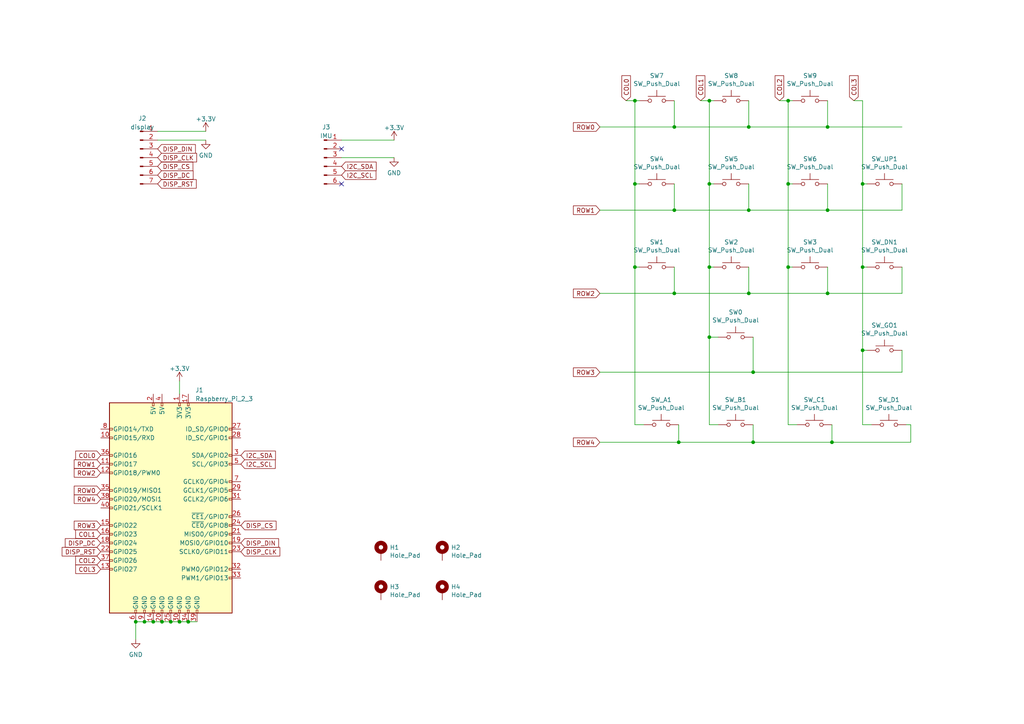
<source format=kicad_sch>
(kicad_sch (version 20211123) (generator eeschema)
  (paper "A4")
  (lib_symbols
    (symbol "Connector:Conn_01x06_Male" (pin_names (offset 1.016) hide)
      (property "Reference" "J" (at 0 7.62 0))
      (property "Value" "Conn_01x06_Male" (at 0 -10.16 0))
      (symbol "Conn_01x06_Male_1_1"
        (polyline (pts (xy 1.27 -7.62) (xy 0.8636 -7.62)) (stroke (width 0.1524)))
        (polyline (pts (xy 1.27 -5.08) (xy 0.8636 -5.08)) (stroke (width 0.1524)))
        (polyline (pts (xy 1.27 -2.54) (xy 0.8636 -2.54)) (stroke (width 0.1524)))
        (polyline (pts (xy 1.27 0) (xy 0.8636 0)) (stroke (width 0.1524)))
        (polyline (pts (xy 1.27 2.54) (xy 0.8636 2.54)) (stroke (width 0.1524)))
        (polyline (pts (xy 1.27 5.08) (xy 0.8636 5.08)) (stroke (width 0.1524)))
        (rectangle (start 0.8636 -7.493) (end 0 -7.747) (stroke (width 0.1524)) (fill (type outline)))
        (rectangle (start 0.8636 -4.953) (end 0 -5.207) (stroke (width 0.1524)) (fill (type outline)))
        (rectangle (start 0.8636 -2.413) (end 0 -2.667) (stroke (width 0.1524)) (fill (type outline)))
        (rectangle (start 0.8636 0.127) (end 0 -0.127) (stroke (width 0.1524)) (fill (type outline)))
        (rectangle (start 0.8636 2.667) (end 0 2.413) (stroke (width 0.1524)) (fill (type outline)))
        (rectangle (start 0.8636 5.207) (end 0 4.953) (stroke (width 0.1524)) (fill (type outline)))
        (pin passive line (at 5.08 5.08 180) (length 3.81) (name "Pin_1") (number "1"))
        (pin passive line (at 5.08 2.54 180) (length 3.81) (name "Pin_2") (number "2"))
        (pin passive line (at 5.08 0 180) (length 3.81) (name "Pin_3") (number "3"))
        (pin passive line (at 5.08 -2.54 180) (length 3.81) (name "Pin_4") (number "4"))
        (pin passive line (at 5.08 -5.08 180) (length 3.81) (name "Pin_5") (number "5"))
        (pin passive line (at 5.08 -7.62 180) (length 3.81) (name "Pin_6") (number "6"))
      )
    )
    (symbol "Connector:Conn_01x07_Male" (pin_names (offset 1.016) hide)
      (property "Reference" "J" (at 0 10.16 0))
      (property "Value" "Conn_01x07_Male" (at 0 -10.16 0))
      (symbol "Conn_01x07_Male_1_1"
        (polyline (pts (xy 1.27 -7.62) (xy 0.8636 -7.62)) (stroke (width 0.1524)))
        (polyline (pts (xy 1.27 -5.08) (xy 0.8636 -5.08)) (stroke (width 0.1524)))
        (polyline (pts (xy 1.27 -2.54) (xy 0.8636 -2.54)) (stroke (width 0.1524)))
        (polyline (pts (xy 1.27 0) (xy 0.8636 0)) (stroke (width 0.1524)))
        (polyline (pts (xy 1.27 2.54) (xy 0.8636 2.54)) (stroke (width 0.1524)))
        (polyline (pts (xy 1.27 5.08) (xy 0.8636 5.08)) (stroke (width 0.1524)))
        (polyline (pts (xy 1.27 7.62) (xy 0.8636 7.62)) (stroke (width 0.1524)))
        (rectangle (start 0.8636 -7.493) (end 0 -7.747) (stroke (width 0.1524)) (fill (type outline)))
        (rectangle (start 0.8636 -4.953) (end 0 -5.207) (stroke (width 0.1524)) (fill (type outline)))
        (rectangle (start 0.8636 -2.413) (end 0 -2.667) (stroke (width 0.1524)) (fill (type outline)))
        (rectangle (start 0.8636 0.127) (end 0 -0.127) (stroke (width 0.1524)) (fill (type outline)))
        (rectangle (start 0.8636 2.667) (end 0 2.413) (stroke (width 0.1524)) (fill (type outline)))
        (rectangle (start 0.8636 5.207) (end 0 4.953) (stroke (width 0.1524)) (fill (type outline)))
        (rectangle (start 0.8636 7.747) (end 0 7.493) (stroke (width 0.1524)) (fill (type outline)))
        (pin passive line (at 5.08 7.62 180) (length 3.81) (name "Pin_1") (number "1"))
        (pin passive line (at 5.08 5.08 180) (length 3.81) (name "Pin_2") (number "2"))
        (pin passive line (at 5.08 2.54 180) (length 3.81) (name "Pin_3") (number "3"))
        (pin passive line (at 5.08 0 180) (length 3.81) (name "Pin_4") (number "4"))
        (pin passive line (at 5.08 -2.54 180) (length 3.81) (name "Pin_5") (number "5"))
        (pin passive line (at 5.08 -5.08 180) (length 3.81) (name "Pin_6") (number "6"))
        (pin passive line (at 5.08 -7.62 180) (length 3.81) (name "Pin_7") (number "7"))
      )
    )
    (symbol "Connector:Raspberry_Pi_2_3" (pin_names (offset 1.016))
      (property "Reference" "J" (at -17.78 31.75 0))
      (property "Value" "Raspberry_Pi_2_3" (at 10.16 -31.75 0))
      (symbol "Raspberry_Pi_2_3_0_1"
        (rectangle (start -17.78 30.48) (end 17.78 -30.48) (stroke (width 0.254)) (fill (type background)))
      )
      (symbol "Raspberry_Pi_2_3_1_1"
        (rectangle (start -16.891 -17.526) (end -17.78 -18.034))
        (rectangle (start -16.891 -14.986) (end -17.78 -15.494))
        (rectangle (start -16.891 -12.446) (end -17.78 -12.954))
        (rectangle (start -16.891 -9.906) (end -17.78 -10.414))
        (rectangle (start -16.891 -7.366) (end -17.78 -7.874))
        (rectangle (start -16.891 -4.826) (end -17.78 -5.334))
        (rectangle (start -16.891 0.254) (end -17.78 -0.254))
        (rectangle (start -16.891 2.794) (end -17.78 2.286))
        (rectangle (start -16.891 5.334) (end -17.78 4.826))
        (rectangle (start -16.891 10.414) (end -17.78 9.906))
        (rectangle (start -16.891 12.954) (end -17.78 12.446))
        (rectangle (start -16.891 15.494) (end -17.78 14.986))
        (rectangle (start -16.891 20.574) (end -17.78 20.066))
        (rectangle (start -16.891 23.114) (end -17.78 22.606))
        (rectangle (start -10.414 -29.591) (end -9.906 -30.48))
        (rectangle (start -7.874 -29.591) (end -7.366 -30.48))
        (rectangle (start -5.334 -29.591) (end -4.826 -30.48))
        (rectangle (start -5.334 30.48) (end -4.826 29.591))
        (rectangle (start -2.794 -29.591) (end -2.286 -30.48))
        (rectangle (start -2.794 30.48) (end -2.286 29.591))
        (rectangle (start -0.254 -29.591) (end 0.254 -30.48))
        (rectangle (start 2.286 -29.591) (end 2.794 -30.48))
        (rectangle (start 2.286 30.48) (end 2.794 29.591))
        (rectangle (start 4.826 -29.591) (end 5.334 -30.48))
        (rectangle (start 4.826 30.48) (end 5.334 29.591))
        (rectangle (start 7.366 -29.591) (end 7.874 -30.48))
        (rectangle (start 17.78 -20.066) (end 16.891 -20.574))
        (rectangle (start 17.78 -17.526) (end 16.891 -18.034))
        (rectangle (start 17.78 -12.446) (end 16.891 -12.954))
        (rectangle (start 17.78 -9.906) (end 16.891 -10.414))
        (rectangle (start 17.78 -7.366) (end 16.891 -7.874))
        (rectangle (start 17.78 -4.826) (end 16.891 -5.334))
        (rectangle (start 17.78 -2.286) (end 16.891 -2.794))
        (rectangle (start 17.78 2.794) (end 16.891 2.286))
        (rectangle (start 17.78 5.334) (end 16.891 4.826))
        (rectangle (start 17.78 7.874) (end 16.891 7.366))
        (rectangle (start 17.78 12.954) (end 16.891 12.446))
        (rectangle (start 17.78 15.494) (end 16.891 14.986))
        (rectangle (start 17.78 20.574) (end 16.891 20.066))
        (rectangle (start 17.78 23.114) (end 16.891 22.606))
        (pin power_in line (at 2.54 33.02 270) (length 2.54) (name "3V3") (number "1"))
        (pin bidirectional line (at -20.32 20.32 0) (length 2.54) (name "GPIO15/RXD") (number "10"))
        (pin bidirectional line (at -20.32 12.7 0) (length 2.54) (name "GPIO17") (number "11"))
        (pin bidirectional line (at -20.32 10.16 0) (length 2.54) (name "GPIO18/PWM0") (number "12"))
        (pin bidirectional line (at -20.32 -17.78 0) (length 2.54) (name "GPIO27") (number "13"))
        (pin power_in line (at -5.08 -33.02 90) (length 2.54) (name "GND") (number "14"))
        (pin bidirectional line (at -20.32 -5.08 0) (length 2.54) (name "GPIO22") (number "15"))
        (pin bidirectional line (at -20.32 -7.62 0) (length 2.54) (name "GPIO23") (number "16"))
        (pin power_in line (at 5.08 33.02 270) (length 2.54) (name "3V3") (number "17"))
        (pin bidirectional line (at -20.32 -10.16 0) (length 2.54) (name "GPIO24") (number "18"))
        (pin bidirectional line (at 20.32 -10.16 180) (length 2.54) (name "MOSI0/GPIO10") (number "19"))
        (pin power_in line (at -5.08 33.02 270) (length 2.54) (name "5V") (number "2"))
        (pin power_in line (at -2.54 -33.02 90) (length 2.54) (name "GND") (number "20"))
        (pin bidirectional line (at 20.32 -7.62 180) (length 2.54) (name "MISO0/GPIO9") (number "21"))
        (pin bidirectional line (at -20.32 -12.7 0) (length 2.54) (name "GPIO25") (number "22"))
        (pin bidirectional line (at 20.32 -12.7 180) (length 2.54) (name "SCLK0/GPIO11") (number "23"))
        (pin bidirectional line (at 20.32 -5.08 180) (length 2.54) (name "~{CE0}/GPIO8") (number "24"))
        (pin power_in line (at 0 -33.02 90) (length 2.54) (name "GND") (number "25"))
        (pin bidirectional line (at 20.32 -2.54 180) (length 2.54) (name "~{CE1}/GPIO7") (number "26"))
        (pin bidirectional line (at 20.32 22.86 180) (length 2.54) (name "ID_SD/GPIO0") (number "27"))
        (pin bidirectional line (at 20.32 20.32 180) (length 2.54) (name "ID_SC/GPIO1") (number "28"))
        (pin bidirectional line (at 20.32 5.08 180) (length 2.54) (name "GCLK1/GPIO5") (number "29"))
        (pin bidirectional line (at 20.32 15.24 180) (length 2.54) (name "SDA/GPIO2") (number "3"))
        (pin power_in line (at 2.54 -33.02 90) (length 2.54) (name "GND") (number "30"))
        (pin bidirectional line (at 20.32 2.54 180) (length 2.54) (name "GCLK2/GPIO6") (number "31"))
        (pin bidirectional line (at 20.32 -17.78 180) (length 2.54) (name "PWM0/GPIO12") (number "32"))
        (pin bidirectional line (at 20.32 -20.32 180) (length 2.54) (name "PWM1/GPIO13") (number "33"))
        (pin power_in line (at 5.08 -33.02 90) (length 2.54) (name "GND") (number "34"))
        (pin bidirectional line (at -20.32 5.08 0) (length 2.54) (name "GPIO19/MISO1") (number "35"))
        (pin bidirectional line (at -20.32 15.24 0) (length 2.54) (name "GPIO16") (number "36"))
        (pin bidirectional line (at -20.32 -15.24 0) (length 2.54) (name "GPIO26") (number "37"))
        (pin bidirectional line (at -20.32 2.54 0) (length 2.54) (name "GPIO20/MOSI1") (number "38"))
        (pin power_in line (at 7.62 -33.02 90) (length 2.54) (name "GND") (number "39"))
        (pin power_in line (at -2.54 33.02 270) (length 2.54) (name "5V") (number "4"))
        (pin bidirectional line (at -20.32 0 0) (length 2.54) (name "GPIO21/SCLK1") (number "40"))
        (pin bidirectional line (at 20.32 12.7 180) (length 2.54) (name "SCL/GPIO3") (number "5"))
        (pin power_in line (at -10.16 -33.02 90) (length 2.54) (name "GND") (number "6"))
        (pin bidirectional line (at 20.32 7.62 180) (length 2.54) (name "GCLK0/GPIO4") (number "7"))
        (pin bidirectional line (at -20.32 22.86 0) (length 2.54) (name "GPIO14/TXD") (number "8"))
        (pin power_in line (at -7.62 -33.02 90) (length 2.54) (name "GND") (number "9"))
      )
    )
    (symbol "Switch:SW_Push" (pin_numbers hide) (pin_names (offset 1.016) hide)
      (property "Reference" "SW" (at 1.27 2.54 0))
      (property "Value" "SW_Push" (at 0 -1.524 0))
      (symbol "SW_Push_0_1"
        (circle (center -2.032 0) (radius 0.508))
        (polyline (pts (xy 0 1.27) (xy 0 3.048)))
        (polyline (pts (xy 2.54 1.27) (xy -2.54 1.27)))
        (circle (center 2.032 0) (radius 0.508))
        (pin passive line (at -5.08 0 0) (length 2.54) (name "1") (number "1"))
        (pin passive line (at 5.08 0 180) (length 2.54) (name "2") (number "2"))
      )
    )
    (symbol "handipi_kb-rescue:Hole_Pad-horizon" (pin_numbers hide) (pin_names (offset 1.016) hide)
      (property "Reference" "H" (at 0 6.35 0))
      (property "Value" "Hole_Pad-horizon" (at 0 4.445 0))
      (symbol "Hole_Pad-horizon_0_1"
        (circle (center 0 1.27) (radius 1.27) (stroke (width 1.27)))
      )
      (symbol "Hole_Pad-horizon_1_1"
        (pin input line (at 0 -2.54 90) (length 2.54) (name "1") (number "1"))
      )
    )
    (symbol "power:+3.3V" (power) (pin_names (offset 0))
      (property "Value" "+3.3V" (at 0 3.556 0))
      (symbol "+3.3V_0_1"
        (polyline (pts (xy -0.762 1.27) (xy 0 2.54)))
        (polyline (pts (xy 0 0) (xy 0 2.54)))
        (polyline (pts (xy 0 2.54) (xy 0.762 1.27)))
      )
      (symbol "+3.3V_1_1"
        (pin power_in line (at 0 0 90) (length 0) hide (name "+3.3V") (number "1"))
      )
    )
    (symbol "power:GND" (power) (pin_names (offset 0))
      (property "Value" "GND" (at 0 -3.81 0))
      (symbol "GND_0_1"
        (polyline (pts (xy 0 0) (xy 0 -1.27) (xy 1.27 -1.27) (xy 0 -2.54) (xy -1.27 -1.27) (xy 0 -1.27)))
      )
      (symbol "GND_1_1"
        (pin power_in line (at 0 0 270) (length 0) hide (name "GND") (number "1"))
      )
    )
  )
  (junction (at 205.74 77.47))
  (junction (at 205.74 97.79))
  (junction (at 184.15 77.47))
  (junction (at 195.58 36.83))
  (junction (at 39.37 180.34))
  (junction (at 241.3 128.27))
  (junction (at 52.07 180.34))
  (junction (at 228.6 29.21))
  (junction (at 184.15 29.21))
  (junction (at 250.19 101.6))
  (junction (at 41.91 180.34))
  (junction (at 184.15 53.34))
  (junction (at 217.17 85.09))
  (junction (at 228.6 53.34))
  (junction (at 240.03 60.96))
  (junction (at 205.74 29.21))
  (junction (at 195.58 60.96))
  (junction (at 250.19 53.34))
  (junction (at 54.61 180.34))
  (junction (at 228.6 77.47))
  (junction (at 218.44 128.27))
  (junction (at 217.17 36.83))
  (junction (at 49.53 180.34))
  (junction (at 205.74 53.34))
  (junction (at 250.19 77.47))
  (junction (at 217.17 60.96))
  (junction (at 44.45 180.34))
  (junction (at 195.58 85.09))
  (junction (at 218.44 107.95))
  (junction (at 196.85 128.27))
  (junction (at 240.03 85.09))
  (junction (at 240.03 36.83))
  (junction (at 46.99 180.34))
  (no_connect (at 99.06 53.34))
  (no_connect (at 99.06 43.18))
  (wire (pts (xy 261.62 77.47) (xy 261.62 85.09)))
  (wire (pts (xy 217.17 36.83) (xy 240.03 36.83)))
  (wire (pts (xy 240.03 60.96) (xy 261.62 60.96)))
  (wire (pts (xy 184.15 53.34) (xy 185.42 53.34)))
  (wire (pts (xy 184.15 53.34) (xy 184.15 77.47)))
  (wire (pts (xy 173.99 107.95) (xy 218.44 107.95)))
  (wire (pts (xy 217.17 29.21) (xy 217.17 36.83)))
  (wire (pts (xy 250.19 123.19) (xy 252.73 123.19)))
  (wire (pts (xy 99.06 40.64) (xy 114.3 40.64)))
  (wire (pts (xy 39.37 180.34) (xy 39.37 185.42)))
  (wire (pts (xy 184.15 123.19) (xy 186.69 123.19)))
  (wire (pts (xy 261.62 101.6) (xy 261.62 107.95)))
  (wire (pts (xy 241.3 123.19) (xy 241.3 128.27)))
  (wire (pts (xy 205.74 77.47) (xy 207.01 77.47)))
  (wire (pts (xy 41.91 180.34) (xy 44.45 180.34)))
  (wire (pts (xy 173.99 85.09) (xy 195.58 85.09)))
  (wire (pts (xy 46.99 180.34) (xy 49.53 180.34)))
  (wire (pts (xy 228.6 29.21) (xy 229.87 29.21)))
  (wire (pts (xy 205.74 53.34) (xy 205.74 77.47)))
  (wire (pts (xy 195.58 85.09) (xy 217.17 85.09)))
  (wire (pts (xy 218.44 107.95) (xy 261.62 107.95)))
  (wire (pts (xy 240.03 85.09) (xy 261.62 85.09)))
  (wire (pts (xy 205.74 29.21) (xy 203.2 29.21)))
  (wire (pts (xy 217.17 85.09) (xy 240.03 85.09)))
  (wire (pts (xy 228.6 123.19) (xy 231.14 123.19)))
  (wire (pts (xy 195.58 60.96) (xy 217.17 60.96)))
  (wire (pts (xy 240.03 36.83) (xy 261.62 36.83)))
  (wire (pts (xy 205.74 53.34) (xy 207.01 53.34)))
  (wire (pts (xy 195.58 36.83) (xy 217.17 36.83)))
  (wire (pts (xy 52.07 180.34) (xy 54.61 180.34)))
  (wire (pts (xy 264.16 128.27) (xy 264.16 123.19)))
  (wire (pts (xy 195.58 53.34) (xy 195.58 60.96)))
  (wire (pts (xy 241.3 128.27) (xy 264.16 128.27)))
  (wire (pts (xy 205.74 97.79) (xy 205.74 123.19)))
  (wire (pts (xy 184.15 29.21) (xy 181.61 29.21)))
  (wire (pts (xy 173.99 36.83) (xy 195.58 36.83)))
  (wire (pts (xy 217.17 53.34) (xy 217.17 60.96)))
  (wire (pts (xy 251.46 53.34) (xy 250.19 53.34)))
  (wire (pts (xy 217.17 60.96) (xy 240.03 60.96)))
  (wire (pts (xy 205.74 29.21) (xy 205.74 53.34)))
  (wire (pts (xy 205.74 123.19) (xy 208.28 123.19)))
  (wire (pts (xy 251.46 101.6) (xy 250.19 101.6)))
  (wire (pts (xy 218.44 97.79) (xy 218.44 107.95)))
  (wire (pts (xy 228.6 53.34) (xy 228.6 29.21)))
  (wire (pts (xy 228.6 29.21) (xy 226.06 29.21)))
  (wire (pts (xy 207.01 29.21) (xy 205.74 29.21)))
  (wire (pts (xy 250.19 29.21) (xy 250.19 53.34)))
  (wire (pts (xy 52.07 110.49) (xy 52.07 114.3)))
  (wire (pts (xy 196.85 123.19) (xy 196.85 128.27)))
  (wire (pts (xy 45.72 40.64) (xy 59.69 40.64)))
  (wire (pts (xy 229.87 77.47) (xy 228.6 77.47)))
  (wire (pts (xy 240.03 29.21) (xy 240.03 36.83)))
  (wire (pts (xy 247.65 29.21) (xy 250.19 29.21)))
  (wire (pts (xy 45.72 38.1) (xy 59.69 38.1)))
  (wire (pts (xy 250.19 101.6) (xy 250.19 123.19)))
  (wire (pts (xy 264.16 123.19) (xy 262.89 123.19)))
  (wire (pts (xy 229.87 53.34) (xy 228.6 53.34)))
  (wire (pts (xy 205.74 97.79) (xy 208.28 97.79)))
  (wire (pts (xy 250.19 101.6) (xy 250.19 77.47)))
  (wire (pts (xy 240.03 77.47) (xy 240.03 85.09)))
  (wire (pts (xy 196.85 128.27) (xy 218.44 128.27)))
  (wire (pts (xy 195.58 77.47) (xy 195.58 85.09)))
  (wire (pts (xy 195.58 29.21) (xy 195.58 36.83)))
  (wire (pts (xy 228.6 77.47) (xy 228.6 53.34)))
  (wire (pts (xy 250.19 77.47) (xy 251.46 77.47)))
  (wire (pts (xy 184.15 77.47) (xy 184.15 123.19)))
  (wire (pts (xy 49.53 180.34) (xy 52.07 180.34)))
  (wire (pts (xy 185.42 29.21) (xy 184.15 29.21)))
  (wire (pts (xy 99.06 45.72) (xy 114.3 45.72)))
  (wire (pts (xy 217.17 77.47) (xy 217.17 85.09)))
  (wire (pts (xy 240.03 53.34) (xy 240.03 60.96)))
  (wire (pts (xy 173.99 60.96) (xy 195.58 60.96)))
  (wire (pts (xy 44.45 180.34) (xy 46.99 180.34)))
  (wire (pts (xy 250.19 53.34) (xy 250.19 77.47)))
  (wire (pts (xy 184.15 77.47) (xy 185.42 77.47)))
  (wire (pts (xy 218.44 123.19) (xy 218.44 128.27)))
  (wire (pts (xy 228.6 77.47) (xy 228.6 123.19)))
  (wire (pts (xy 39.37 180.34) (xy 41.91 180.34)))
  (wire (pts (xy 173.99 128.27) (xy 196.85 128.27)))
  (wire (pts (xy 184.15 29.21) (xy 184.15 53.34)))
  (wire (pts (xy 54.61 180.34) (xy 57.15 180.34)))
  (wire (pts (xy 218.44 128.27) (xy 241.3 128.27)))
  (wire (pts (xy 205.74 77.47) (xy 205.74 97.79)))
  (wire (pts (xy 261.62 53.34) (xy 261.62 60.96)))
  (global_label "ROW1" (shape input) (at 29.21 134.62 180) (property "Intersheet References" "${INTERSHEET_REFS}" (effects hide)))
  (global_label "COL0" (shape input) (at 29.21 132.08 180) (property "Intersheet References" "${INTERSHEET_REFS}" (effects hide)))
  (global_label "ROW2" (shape input) (at 173.99 85.09 180) (property "Intersheet References" "${INTERSHEET_REFS}" (effects hide)))
  (global_label "DISP_DC" (shape input) (at 45.72 50.8 0) (property "Intersheet References" "${INTERSHEET_REFS}" (effects hide)))
  (global_label "DISP_RST" (shape input) (at 29.21 160.02 180) (property "Intersheet References" "${INTERSHEET_REFS}" (effects hide)))
  (global_label "ROW0" (shape input) (at 173.99 36.83 180) (property "Intersheet References" "${INTERSHEET_REFS}" (effects hide)))
  (global_label "COL3" (shape input) (at 29.21 165.1 180) (property "Intersheet References" "${INTERSHEET_REFS}" (effects hide)))
  (global_label "COL1" (shape input) (at 203.2 29.21 90) (property "Intersheet References" "${INTERSHEET_REFS}" (effects hide)))
  (global_label "ROW1" (shape input) (at 173.99 60.96 180) (property "Intersheet References" "${INTERSHEET_REFS}" (effects hide)))
  (global_label "COL3" (shape input) (at 247.65 29.21 90) (property "Intersheet References" "${INTERSHEET_REFS}" (effects hide)))
  (global_label "I2C_SCL" (shape input) (at 69.85 134.62 0) (property "Intersheet References" "${INTERSHEET_REFS}" (effects hide)))
  (global_label "I2C_SDA" (shape input) (at 69.85 132.08 0) (property "Intersheet References" "${INTERSHEET_REFS}" (effects hide)))
  (global_label "ROW2" (shape input) (at 29.21 137.16 180) (property "Intersheet References" "${INTERSHEET_REFS}" (effects hide)))
  (global_label "COL0" (shape input) (at 181.61 29.21 90) (property "Intersheet References" "${INTERSHEET_REFS}" (effects hide)))
  (global_label "ROW4" (shape input) (at 29.21 144.78 180) (property "Intersheet References" "${INTERSHEET_REFS}" (effects hide)))
  (global_label "DISP_DIN" (shape input) (at 69.85 157.48 0) (property "Intersheet References" "${INTERSHEET_REFS}" (effects hide)))
  (global_label "COL1" (shape input) (at 29.21 154.94 180) (property "Intersheet References" "${INTERSHEET_REFS}" (effects hide)))
  (global_label "I2C_SDA" (shape input) (at 99.06 48.26 0) (property "Intersheet References" "${INTERSHEET_REFS}" (effects hide)))
  (global_label "DISP_CS" (shape input) (at 69.85 152.4 0) (property "Intersheet References" "${INTERSHEET_REFS}" (effects hide)))
  (global_label "ROW3" (shape input) (at 29.21 152.4 180) (property "Intersheet References" "${INTERSHEET_REFS}" (effects hide)))
  (global_label "DISP_CLK" (shape input) (at 69.85 160.02 0) (property "Intersheet References" "${INTERSHEET_REFS}" (effects hide)))
  (global_label "I2C_SCL" (shape input) (at 99.06 50.8 0) (property "Intersheet References" "${INTERSHEET_REFS}" (effects hide)))
  (global_label "ROW4" (shape input) (at 173.99 128.27 180) (property "Intersheet References" "${INTERSHEET_REFS}" (effects hide)))
  (global_label "ROW3" (shape input) (at 173.99 107.95 180) (property "Intersheet References" "${INTERSHEET_REFS}" (effects hide)))
  (global_label "DISP_RST" (shape input) (at 45.72 53.34 0) (property "Intersheet References" "${INTERSHEET_REFS}" (effects hide)))
  (global_label "DISP_CLK" (shape input) (at 45.72 45.72 0) (property "Intersheet References" "${INTERSHEET_REFS}" (effects hide)))
  (global_label "DISP_CS" (shape input) (at 45.72 48.26 0) (property "Intersheet References" "${INTERSHEET_REFS}" (effects hide)))
  (global_label "DISP_DC" (shape input) (at 29.21 157.48 180) (property "Intersheet References" "${INTERSHEET_REFS}" (effects hide)))
  (global_label "COL2" (shape input) (at 29.21 162.56 180) (property "Intersheet References" "${INTERSHEET_REFS}" (effects hide)))
  (global_label "ROW0" (shape input) (at 29.21 142.24 180) (property "Intersheet References" "${INTERSHEET_REFS}" (effects hide)))
  (global_label "COL2" (shape input) (at 226.06 29.21 90) (property "Intersheet References" "${INTERSHEET_REFS}" (effects hide)))
  (global_label "DISP_DIN" (shape input) (at 45.72 43.18 0) (property "Intersheet References" "${INTERSHEET_REFS}" (effects hide)))
  (symbol (lib_id "Switch:SW_Push") (at 190.5 29.21 0) (unit 1)
    (property "Reference" "SW7" (at 190.5 21.971 0))
    (property "Value" "SW_Push_Dual" (at 190.5 24.2824 0))
    (property "Footprint" "RSU:SW_PUSH_6mm_with_hole" (effects hide))
  )
  (symbol (lib_id "handipi_kb-rescue:Hole_Pad-horizon") (at 110.49 160.02 0) (unit 1)
    (property "Reference" "H1" (at 113.03 158.7754 0) (effects (justify left)))
    (property "Value" "Hole_Pad" (at 113.03 161.0868 0) (effects (justify left)))
    (property "Footprint" "Horizon:Mount_M2.5" (effects hide))
  )
  (symbol (lib_id "handipi_kb-rescue:Hole_Pad-horizon") (at 128.27 160.02 0) (unit 1)
    (property "Reference" "H2" (at 130.81 158.7754 0) (effects (justify left)))
    (property "Value" "Hole_Pad" (at 130.81 161.0868 0) (effects (justify left)))
    (property "Footprint" "Horizon:Mount_M2.5" (effects hide))
  )
  (symbol (lib_id "handipi_kb-rescue:Hole_Pad-horizon") (at 110.49 171.45 0) (unit 1)
    (property "Reference" "H3" (at 113.03 170.2054 0) (effects (justify left)))
    (property "Value" "Hole_Pad" (at 113.03 172.5168 0) (effects (justify left)))
    (property "Footprint" "Horizon:Mount_M2.5" (effects hide))
  )
  (symbol (lib_id "handipi_kb-rescue:Hole_Pad-horizon") (at 128.27 171.45 0) (unit 1)
    (property "Reference" "H4" (at 130.81 170.2054 0) (effects (justify left)))
    (property "Value" "Hole_Pad" (at 130.81 172.5168 0) (effects (justify left)))
    (property "Footprint" "Horizon:Mount_M2.5" (effects hide))
  )
  (symbol (lib_id "Switch:SW_Push") (at 190.5 53.34 0) (unit 1)
    (property "Reference" "SW4" (at 190.5 46.101 0))
    (property "Value" "SW_Push_Dual" (at 190.5 48.4124 0))
    (property "Footprint" "RSU:SW_PUSH_6mm_with_hole" (effects hide))
  )
  (symbol (lib_id "Switch:SW_Push") (at 190.5 77.47 0) (unit 1)
    (property "Reference" "SW1" (at 190.5 70.231 0))
    (property "Value" "SW_Push_Dual" (at 190.5 72.5424 0))
    (property "Footprint" "RSU:SW_PUSH_6mm_with_hole" (effects hide))
  )
  (symbol (lib_id "Switch:SW_Push") (at 212.09 77.47 0) (unit 1)
    (property "Reference" "SW2" (at 212.09 70.231 0))
    (property "Value" "SW_Push_Dual" (at 212.09 72.5424 0))
    (property "Footprint" "RSU:SW_PUSH_6mm_with_hole" (effects hide))
  )
  (symbol (lib_id "Switch:SW_Push") (at 212.09 53.34 0) (unit 1)
    (property "Reference" "SW5" (at 212.09 46.101 0))
    (property "Value" "SW_Push_Dual" (at 212.09 48.4124 0))
    (property "Footprint" "RSU:SW_PUSH_6mm_with_hole" (effects hide))
  )
  (symbol (lib_id "Switch:SW_Push") (at 212.09 29.21 0) (unit 1)
    (property "Reference" "SW8" (at 212.09 21.971 0))
    (property "Value" "SW_Push_Dual" (at 212.09 24.2824 0))
    (property "Footprint" "RSU:SW_PUSH_6mm_with_hole" (effects hide))
  )
  (symbol (lib_id "Switch:SW_Push") (at 234.95 29.21 0) (unit 1)
    (property "Reference" "SW9" (at 234.95 21.971 0))
    (property "Value" "SW_Push_Dual" (at 234.95 24.2824 0))
    (property "Footprint" "RSU:SW_PUSH_6mm_with_hole" (effects hide))
  )
  (symbol (lib_id "Switch:SW_Push") (at 234.95 53.34 0) (unit 1)
    (property "Reference" "SW6" (at 234.95 46.101 0))
    (property "Value" "SW_Push_Dual" (at 234.95 48.4124 0))
    (property "Footprint" "RSU:SW_PUSH_6mm_with_hole" (effects hide))
  )
  (symbol (lib_id "Switch:SW_Push") (at 234.95 77.47 0) (unit 1)
    (property "Reference" "SW3" (at 234.95 70.231 0))
    (property "Value" "SW_Push_Dual" (at 234.95 72.5424 0))
    (property "Footprint" "RSU:SW_PUSH_6mm_with_hole" (effects hide))
  )
  (symbol (lib_id "Switch:SW_Push") (at 213.36 97.79 0) (unit 1)
    (property "Reference" "SW0" (at 213.36 90.551 0))
    (property "Value" "SW_Push_Dual" (at 213.36 92.8624 0))
    (property "Footprint" "RSU:SW_PUSH_6mm_with_hole" (effects hide))
  )
  (symbol (lib_id "Switch:SW_Push") (at 256.54 53.34 0) (unit 1)
    (property "Reference" "SW_UP1" (at 256.54 46.101 0))
    (property "Value" "SW_Push_Dual" (at 256.54 48.4124 0))
    (property "Footprint" "RSU:SW_PUSH_6mm_with_hole" (effects hide))
  )
  (symbol (lib_id "Switch:SW_Push") (at 256.54 77.47 0) (unit 1)
    (property "Reference" "SW_DN1" (at 256.54 70.231 0))
    (property "Value" "SW_Push_Dual" (at 256.54 72.5424 0))
    (property "Footprint" "RSU:SW_PUSH_6mm_with_hole" (effects hide))
  )
  (symbol (lib_id "Switch:SW_Push") (at 256.54 101.6 0) (unit 1)
    (property "Reference" "SW_GO1" (at 256.54 94.361 0))
    (property "Value" "SW_Push_Dual" (at 256.54 96.6724 0))
    (property "Footprint" "RSU:SW_PUSH_6mm_with_hole" (effects hide))
  )
  (symbol (lib_id "Connector:Conn_01x06_Male") (at 93.98 45.72 0) (unit 1)
    (property "Reference" "J3" (at 94.615 36.864 0))
    (property "Value" "IMU" (at 94.615 39.4009 0))
    (property "Footprint" "RSU:Adafruit_BNO055_IMU" (effects hide))
  )
  (symbol (lib_id "power:GND") (at 114.3 45.72 0) (unit 1)
    (property "Reference" "#PWR0102" (effects hide))
    (property "Value" "GND" (at 114.3 50.1634 0))
  )
  (symbol (lib_id "Switch:SW_Push") (at 191.77 123.19 0) (unit 1)
    (property "Reference" "SW_A1" (at 191.77 115.951 0))
    (property "Value" "SW_Push_Dual" (at 191.77 118.2624 0))
    (property "Footprint" "RSU:SW_PUSH_6mm_with_hole" (effects hide))
  )
  (symbol (lib_id "Switch:SW_Push") (at 213.36 123.19 0) (unit 1)
    (property "Reference" "SW_B1" (at 213.36 115.951 0))
    (property "Value" "SW_Push_Dual" (at 213.36 118.2624 0))
    (property "Footprint" "RSU:SW_PUSH_6mm_with_hole" (effects hide))
  )
  (symbol (lib_id "Switch:SW_Push") (at 257.81 123.19 0) (unit 1)
    (property "Reference" "SW_D1" (at 257.81 115.951 0))
    (property "Value" "SW_Push_Dual" (at 257.81 118.2624 0))
    (property "Footprint" "RSU:SW_PUSH_6mm_with_hole" (effects hide))
  )
  (symbol (lib_id "Switch:SW_Push") (at 236.22 123.19 0) (unit 1)
    (property "Reference" "SW_C1" (at 236.22 115.951 0))
    (property "Value" "SW_Push_Dual" (at 236.22 118.2624 0))
    (property "Footprint" "RSU:SW_PUSH_6mm_with_hole" (effects hide))
  )
  (symbol (lib_id "power:+3.3V") (at 114.3 40.64 0) (unit 1)
    (property "Reference" "#PWR0101" (effects hide))
    (property "Value" "+3.3V" (at 114.3 37.0642 0))
  )
  (symbol (lib_id "power:+3.3V") (at 52.07 110.49 0) (unit 1)
    (property "Reference" "#PWR0105" (effects hide))
    (property "Value" "+3.3V" (at 52.07 106.9142 0))
  )
  (symbol (lib_id "Connector:Conn_01x07_Male") (at 40.64 45.72 0) (unit 1)
    (property "Reference" "J2" (at 41.275 34.324 0))
    (property "Value" "display" (at 41.275 36.8609 0))
    (property "Footprint" "RSU:Waveshare1.5inOled" (effects hide))
  )
  (symbol (lib_id "power:GND") (at 59.69 40.64 0) (unit 1)
    (property "Reference" "#PWR0103" (effects hide))
    (property "Value" "GND" (at 59.69 45.0834 0))
  )
  (symbol (lib_id "power:+3.3V") (at 59.69 38.1 0) (unit 1)
    (property "Reference" "#PWR0106" (effects hide))
    (property "Value" "+3.3V" (at 59.69 34.5242 0))
  )
  (symbol (lib_id "Connector:Raspberry_Pi_2_3") (at 49.53 147.32 0) (unit 1)
    (property "Reference" "J1" (at 56.6294 113.1402 0) (effects (justify left)))
    (property "Value" "Raspberry_Pi_2_3" (at 56.6294 115.6771 0) (effects (justify left)))
    (property "Footprint" "PiHat:Pin_Header_Straight_2x20" (effects hide))
    (property "Datasheet" "https://www.raspberrypi.org/documentation/hardware/raspberrypi/schematics/rpi_SCH_3bplus_1p0_reduced.pdf" (effects hide))
  )
  (symbol (lib_id "power:GND") (at 39.37 185.42 0) (unit 1)
    (property "Reference" "#PWR0104" (effects hide))
    (property "Value" "GND" (at 39.37 189.8634 0))
  )
)
</source>
